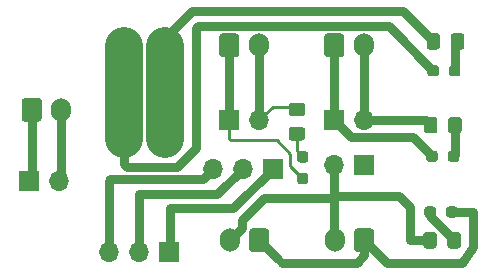
<source format=gbr>
%TF.GenerationSoftware,KiCad,Pcbnew,(5.1.7)-1*%
%TF.CreationDate,2020-11-08T19:50:20-06:00*%
%TF.ProjectId,3DP_HotEnd_Breakout,3344505f-486f-4744-956e-645f42726561,rev?*%
%TF.SameCoordinates,Original*%
%TF.FileFunction,Copper,L1,Top*%
%TF.FilePolarity,Positive*%
%FSLAX46Y46*%
G04 Gerber Fmt 4.6, Leading zero omitted, Abs format (unit mm)*
G04 Created by KiCad (PCBNEW (5.1.7)-1) date 2020-11-08 19:50:20*
%MOMM*%
%LPD*%
G01*
G04 APERTURE LIST*
%TA.AperFunction,ComponentPad*%
%ADD10O,1.700000X2.000000*%
%TD*%
%TA.AperFunction,ComponentPad*%
%ADD11R,1.700000X1.700000*%
%TD*%
%TA.AperFunction,ComponentPad*%
%ADD12C,1.700000*%
%TD*%
%TA.AperFunction,ComponentPad*%
%ADD13O,1.700000X1.700000*%
%TD*%
%TA.AperFunction,Conductor*%
%ADD14C,0.800000*%
%TD*%
%TA.AperFunction,Conductor*%
%ADD15C,0.250000*%
%TD*%
%TA.AperFunction,Conductor*%
%ADD16C,2.000000*%
%TD*%
%TA.AperFunction,Conductor*%
%ADD17C,3.250000*%
%TD*%
G04 APERTURE END LIST*
D10*
%TO.P,J13,2*%
%TO.N,-THERM*%
X95000000Y-67700000D03*
%TO.P,J13,1*%
%TO.N,+THERM*%
%TA.AperFunction,ComponentPad*%
G36*
G01*
X91650000Y-68450000D02*
X91650000Y-66950000D01*
G75*
G02*
X91900000Y-66700000I250000J0D01*
G01*
X93100000Y-66700000D01*
G75*
G02*
X93350000Y-66950000I0J-250000D01*
G01*
X93350000Y-68450000D01*
G75*
G02*
X93100000Y-68700000I-250000J0D01*
G01*
X91900000Y-68700000D01*
G75*
G02*
X91650000Y-68450000I0J250000D01*
G01*
G37*
%TD.AperFunction*%
%TD*%
%TO.P,J11,2*%
%TO.N,+V_LED*%
X111720000Y-62230000D03*
%TO.P,J11,1*%
%TO.N,-V_LED*%
%TA.AperFunction,ComponentPad*%
G36*
G01*
X108370000Y-62980000D02*
X108370000Y-61480000D01*
G75*
G02*
X108620000Y-61230000I250000J0D01*
G01*
X109820000Y-61230000D01*
G75*
G02*
X110070000Y-61480000I0J-250000D01*
G01*
X110070000Y-62980000D01*
G75*
G02*
X109820000Y-63230000I-250000J0D01*
G01*
X108620000Y-63230000D01*
G75*
G02*
X108370000Y-62980000I0J250000D01*
G01*
G37*
%TD.AperFunction*%
%TD*%
%TO.P,J4,2*%
%TO.N,+FAN1*%
X118150000Y-78740000D03*
%TO.P,J4,1*%
%TO.N,-FAN1*%
%TA.AperFunction,ComponentPad*%
G36*
G01*
X121500000Y-77990000D02*
X121500000Y-79490000D01*
G75*
G02*
X121250000Y-79740000I-250000J0D01*
G01*
X120050000Y-79740000D01*
G75*
G02*
X119800000Y-79490000I0J250000D01*
G01*
X119800000Y-77990000D01*
G75*
G02*
X120050000Y-77740000I250000J0D01*
G01*
X121250000Y-77740000D01*
G75*
G02*
X121500000Y-77990000I0J-250000D01*
G01*
G37*
%TD.AperFunction*%
%TD*%
%TO.P,J3,2*%
%TO.N,+FAN1*%
X109260000Y-78740000D03*
%TO.P,J3,1*%
%TO.N,-FAN1*%
%TA.AperFunction,ComponentPad*%
G36*
G01*
X112610000Y-77990000D02*
X112610000Y-79490000D01*
G75*
G02*
X112360000Y-79740000I-250000J0D01*
G01*
X111160000Y-79740000D01*
G75*
G02*
X110910000Y-79490000I0J250000D01*
G01*
X110910000Y-77990000D01*
G75*
G02*
X111160000Y-77740000I250000J0D01*
G01*
X112360000Y-77740000D01*
G75*
G02*
X112610000Y-77990000I0J-250000D01*
G01*
G37*
%TD.AperFunction*%
%TD*%
%TO.P,J2,2*%
%TO.N,+FAN0*%
X120610000Y-62230000D03*
%TO.P,J2,1*%
%TO.N,-FAN0*%
%TA.AperFunction,ComponentPad*%
G36*
G01*
X117260000Y-62980000D02*
X117260000Y-61480000D01*
G75*
G02*
X117510000Y-61230000I250000J0D01*
G01*
X118710000Y-61230000D01*
G75*
G02*
X118960000Y-61480000I0J-250000D01*
G01*
X118960000Y-62980000D01*
G75*
G02*
X118710000Y-63230000I-250000J0D01*
G01*
X117510000Y-63230000D01*
G75*
G02*
X117260000Y-62980000I0J250000D01*
G01*
G37*
%TD.AperFunction*%
%TD*%
%TO.P,R4,2*%
%TO.N,-V_IN*%
%TA.AperFunction,SMDPad,CuDef*%
G36*
G01*
X126975000Y-64162500D02*
X126975000Y-64637500D01*
G75*
G02*
X126737500Y-64875000I-237500J0D01*
G01*
X126237500Y-64875000D01*
G75*
G02*
X126000000Y-64637500I0J237500D01*
G01*
X126000000Y-64162500D01*
G75*
G02*
X126237500Y-63925000I237500J0D01*
G01*
X126737500Y-63925000D01*
G75*
G02*
X126975000Y-64162500I0J-237500D01*
G01*
G37*
%TD.AperFunction*%
%TO.P,R4,1*%
%TO.N,Net-(D4-Pad2)*%
%TA.AperFunction,SMDPad,CuDef*%
G36*
G01*
X128800000Y-64162500D02*
X128800000Y-64637500D01*
G75*
G02*
X128562500Y-64875000I-237500J0D01*
G01*
X128062500Y-64875000D01*
G75*
G02*
X127825000Y-64637500I0J237500D01*
G01*
X127825000Y-64162500D01*
G75*
G02*
X128062500Y-63925000I237500J0D01*
G01*
X128562500Y-63925000D01*
G75*
G02*
X128800000Y-64162500I0J-237500D01*
G01*
G37*
%TD.AperFunction*%
%TD*%
D11*
%TO.P,J7,1*%
%TO.N,+V_IN*%
X100300000Y-70250000D03*
D12*
%TO.P,J7,2*%
%TO.N,-V_IN*%
X103800000Y-70250000D03*
%TD*%
%TO.P,D4,2*%
%TO.N,Net-(D4-Pad2)*%
%TA.AperFunction,SMDPad,CuDef*%
G36*
G01*
X127975000Y-62350001D02*
X127975000Y-61449999D01*
G75*
G02*
X128224999Y-61200000I249999J0D01*
G01*
X128875001Y-61200000D01*
G75*
G02*
X129125000Y-61449999I0J-249999D01*
G01*
X129125000Y-62350001D01*
G75*
G02*
X128875001Y-62600000I-249999J0D01*
G01*
X128224999Y-62600000D01*
G75*
G02*
X127975000Y-62350001I0J249999D01*
G01*
G37*
%TD.AperFunction*%
%TO.P,D4,1*%
%TO.N,+V_IN*%
%TA.AperFunction,SMDPad,CuDef*%
G36*
G01*
X125925000Y-62350001D02*
X125925000Y-61449999D01*
G75*
G02*
X126174999Y-61200000I249999J0D01*
G01*
X126825001Y-61200000D01*
G75*
G02*
X127075000Y-61449999I0J-249999D01*
G01*
X127075000Y-62350001D01*
G75*
G02*
X126825001Y-62600000I-249999J0D01*
G01*
X126174999Y-62600000D01*
G75*
G02*
X125925000Y-62350001I0J249999D01*
G01*
G37*
%TD.AperFunction*%
%TD*%
%TO.P,R3,2*%
%TO.N,-V_LED*%
%TA.AperFunction,SMDPad,CuDef*%
G36*
G01*
X115212500Y-73025000D02*
X115687500Y-73025000D01*
G75*
G02*
X115925000Y-73262500I0J-237500D01*
G01*
X115925000Y-73762500D01*
G75*
G02*
X115687500Y-74000000I-237500J0D01*
G01*
X115212500Y-74000000D01*
G75*
G02*
X114975000Y-73762500I0J237500D01*
G01*
X114975000Y-73262500D01*
G75*
G02*
X115212500Y-73025000I237500J0D01*
G01*
G37*
%TD.AperFunction*%
%TO.P,R3,1*%
%TO.N,Net-(D3-Pad2)*%
%TA.AperFunction,SMDPad,CuDef*%
G36*
G01*
X115212500Y-71200000D02*
X115687500Y-71200000D01*
G75*
G02*
X115925000Y-71437500I0J-237500D01*
G01*
X115925000Y-71937500D01*
G75*
G02*
X115687500Y-72175000I-237500J0D01*
G01*
X115212500Y-72175000D01*
G75*
G02*
X114975000Y-71937500I0J237500D01*
G01*
X114975000Y-71437500D01*
G75*
G02*
X115212500Y-71200000I237500J0D01*
G01*
G37*
%TD.AperFunction*%
%TD*%
%TO.P,D3,2*%
%TO.N,Net-(D3-Pad2)*%
%TA.AperFunction,SMDPad,CuDef*%
G36*
G01*
X114499999Y-69150000D02*
X115400001Y-69150000D01*
G75*
G02*
X115650000Y-69399999I0J-249999D01*
G01*
X115650000Y-70050001D01*
G75*
G02*
X115400001Y-70300000I-249999J0D01*
G01*
X114499999Y-70300000D01*
G75*
G02*
X114250000Y-70050001I0J249999D01*
G01*
X114250000Y-69399999D01*
G75*
G02*
X114499999Y-69150000I249999J0D01*
G01*
G37*
%TD.AperFunction*%
%TO.P,D3,1*%
%TO.N,+V_LED*%
%TA.AperFunction,SMDPad,CuDef*%
G36*
G01*
X114499999Y-67100000D02*
X115400001Y-67100000D01*
G75*
G02*
X115650000Y-67349999I0J-249999D01*
G01*
X115650000Y-68000001D01*
G75*
G02*
X115400001Y-68250000I-249999J0D01*
G01*
X114499999Y-68250000D01*
G75*
G02*
X114250000Y-68000001I0J249999D01*
G01*
X114250000Y-67349999D01*
G75*
G02*
X114499999Y-67100000I249999J0D01*
G01*
G37*
%TD.AperFunction*%
%TD*%
D13*
%TO.P,J11,2*%
%TO.N,+V_LED*%
X111760000Y-68580000D03*
D11*
%TO.P,J11,1*%
%TO.N,-V_LED*%
X109220000Y-68580000D03*
%TD*%
D13*
%TO.P,J12,2*%
%TO.N,-THERM*%
X94840000Y-73750000D03*
D11*
%TO.P,J12,1*%
%TO.N,+THERM*%
X92300000Y-73750000D03*
%TD*%
%TO.P,D2,2*%
%TO.N,Net-(D2-Pad2)*%
%TA.AperFunction,SMDPad,CuDef*%
G36*
G01*
X127695000Y-79190001D02*
X127695000Y-78289999D01*
G75*
G02*
X127944999Y-78040000I249999J0D01*
G01*
X128595001Y-78040000D01*
G75*
G02*
X128845000Y-78289999I0J-249999D01*
G01*
X128845000Y-79190001D01*
G75*
G02*
X128595001Y-79440000I-249999J0D01*
G01*
X127944999Y-79440000D01*
G75*
G02*
X127695000Y-79190001I0J249999D01*
G01*
G37*
%TD.AperFunction*%
%TO.P,D2,1*%
%TO.N,+FAN1*%
%TA.AperFunction,SMDPad,CuDef*%
G36*
G01*
X125645000Y-79190001D02*
X125645000Y-78289999D01*
G75*
G02*
X125894999Y-78040000I249999J0D01*
G01*
X126545001Y-78040000D01*
G75*
G02*
X126795000Y-78289999I0J-249999D01*
G01*
X126795000Y-79190001D01*
G75*
G02*
X126545001Y-79440000I-249999J0D01*
G01*
X125894999Y-79440000D01*
G75*
G02*
X125645000Y-79190001I0J249999D01*
G01*
G37*
%TD.AperFunction*%
%TD*%
D13*
%TO.P,J9,3*%
%TO.N,-V_Probe*%
X99010000Y-79750000D03*
%TO.P,J9,2*%
%TO.N,+3V3*%
X101550000Y-79750000D03*
D11*
%TO.P,J9,1*%
%TO.N,Z_PROBE_CONN*%
X104090000Y-79750000D03*
%TD*%
D13*
%TO.P,J5,2*%
%TO.N,+FAN1*%
X118110000Y-72390000D03*
D11*
%TO.P,J5,1*%
%TO.N,-FAN1*%
X120650000Y-72390000D03*
%TD*%
D13*
%TO.P,J1,2*%
%TO.N,+FAN0*%
X120650000Y-68580000D03*
D11*
%TO.P,J1,1*%
%TO.N,-FAN0*%
X118110000Y-68580000D03*
%TD*%
%TO.P,J6,1*%
%TO.N,-V_IN*%
X103830000Y-62180001D03*
D12*
%TO.P,J6,2*%
%TO.N,+V_IN*%
X100330000Y-62180001D03*
%TD*%
%TO.P,R2,2*%
%TO.N,-FAN1*%
%TA.AperFunction,SMDPad,CuDef*%
G36*
G01*
X127575000Y-76587500D02*
X127575000Y-76112500D01*
G75*
G02*
X127812500Y-75875000I237500J0D01*
G01*
X128312500Y-75875000D01*
G75*
G02*
X128550000Y-76112500I0J-237500D01*
G01*
X128550000Y-76587500D01*
G75*
G02*
X128312500Y-76825000I-237500J0D01*
G01*
X127812500Y-76825000D01*
G75*
G02*
X127575000Y-76587500I0J237500D01*
G01*
G37*
%TD.AperFunction*%
%TO.P,R2,1*%
%TO.N,Net-(D2-Pad2)*%
%TA.AperFunction,SMDPad,CuDef*%
G36*
G01*
X125750000Y-76587500D02*
X125750000Y-76112500D01*
G75*
G02*
X125987500Y-75875000I237500J0D01*
G01*
X126487500Y-75875000D01*
G75*
G02*
X126725000Y-76112500I0J-237500D01*
G01*
X126725000Y-76587500D01*
G75*
G02*
X126487500Y-76825000I-237500J0D01*
G01*
X125987500Y-76825000D01*
G75*
G02*
X125750000Y-76587500I0J237500D01*
G01*
G37*
%TD.AperFunction*%
%TD*%
%TO.P,R1,2*%
%TO.N,-FAN0*%
%TA.AperFunction,SMDPad,CuDef*%
G36*
G01*
X126882500Y-71392500D02*
X126882500Y-71867500D01*
G75*
G02*
X126645000Y-72105000I-237500J0D01*
G01*
X126145000Y-72105000D01*
G75*
G02*
X125907500Y-71867500I0J237500D01*
G01*
X125907500Y-71392500D01*
G75*
G02*
X126145000Y-71155000I237500J0D01*
G01*
X126645000Y-71155000D01*
G75*
G02*
X126882500Y-71392500I0J-237500D01*
G01*
G37*
%TD.AperFunction*%
%TO.P,R1,1*%
%TO.N,Net-(D1-Pad2)*%
%TA.AperFunction,SMDPad,CuDef*%
G36*
G01*
X128707500Y-71392500D02*
X128707500Y-71867500D01*
G75*
G02*
X128470000Y-72105000I-237500J0D01*
G01*
X127970000Y-72105000D01*
G75*
G02*
X127732500Y-71867500I0J237500D01*
G01*
X127732500Y-71392500D01*
G75*
G02*
X127970000Y-71155000I237500J0D01*
G01*
X128470000Y-71155000D01*
G75*
G02*
X128707500Y-71392500I0J-237500D01*
G01*
G37*
%TD.AperFunction*%
%TD*%
D13*
%TO.P,J8,3*%
%TO.N,-V_Probe*%
X107820000Y-72700000D03*
%TO.P,J8,2*%
%TO.N,+3V3*%
X110360000Y-72700000D03*
D11*
%TO.P,J8,1*%
%TO.N,Z_PROBE_CONN*%
X112900000Y-72700000D03*
%TD*%
%TO.P,D1,2*%
%TO.N,Net-(D1-Pad2)*%
%TA.AperFunction,SMDPad,CuDef*%
G36*
G01*
X127750000Y-69450001D02*
X127750000Y-68549999D01*
G75*
G02*
X127999999Y-68300000I249999J0D01*
G01*
X128650001Y-68300000D01*
G75*
G02*
X128900000Y-68549999I0J-249999D01*
G01*
X128900000Y-69450001D01*
G75*
G02*
X128650001Y-69700000I-249999J0D01*
G01*
X127999999Y-69700000D01*
G75*
G02*
X127750000Y-69450001I0J249999D01*
G01*
G37*
%TD.AperFunction*%
%TO.P,D1,1*%
%TO.N,+FAN0*%
%TA.AperFunction,SMDPad,CuDef*%
G36*
G01*
X125700000Y-69450001D02*
X125700000Y-68549999D01*
G75*
G02*
X125949999Y-68300000I249999J0D01*
G01*
X126600001Y-68300000D01*
G75*
G02*
X126850000Y-68549999I0J-249999D01*
G01*
X126850000Y-69450001D01*
G75*
G02*
X126600001Y-69700000I-249999J0D01*
G01*
X125949999Y-69700000D01*
G75*
G02*
X125700000Y-69450001I0J249999D01*
G01*
G37*
%TD.AperFunction*%
%TD*%
D14*
%TO.N,Net-(D1-Pad2)*%
X128325000Y-71525000D02*
X128220000Y-71630000D01*
X128325000Y-69000000D02*
X128325000Y-71525000D01*
%TO.N,Net-(D2-Pad2)*%
X126237500Y-76707500D02*
X128270000Y-78740000D01*
X126237500Y-76350000D02*
X126237500Y-76707500D01*
%TO.N,+3V3*%
X101550000Y-79750000D02*
X101550000Y-74850000D01*
X108210000Y-74850000D02*
X110360000Y-72700000D01*
X101550000Y-74850000D02*
X108210000Y-74850000D01*
%TO.N,Z_PROBE_CONN*%
X112900000Y-72700000D02*
X109550000Y-76050000D01*
X109550000Y-76050000D02*
X104200000Y-76050000D01*
X104200000Y-79640000D02*
X104090000Y-79750000D01*
X104200000Y-76050000D02*
X104200000Y-79640000D01*
D15*
%TO.N,-FAN0*%
X118110000Y-68580000D02*
X118110000Y-68580000D01*
X118110000Y-68580000D02*
X118110000Y-68580000D01*
D14*
X118110000Y-62230000D02*
X118110000Y-68580000D01*
X124795001Y-70030001D02*
X126395000Y-71630000D01*
X119560001Y-70030001D02*
X124795001Y-70030001D01*
X118110000Y-68580000D02*
X119560001Y-70030001D01*
%TO.N,-FAN1*%
X120650000Y-78740000D02*
X120650000Y-78740000D01*
X120650000Y-78740000D02*
X120650000Y-78740000D01*
X120650000Y-72390000D02*
X120650000Y-72390000D01*
X111760000Y-78740000D02*
X113360010Y-80340010D01*
X120650000Y-78740000D02*
X120650000Y-80010000D01*
X120650000Y-80010000D02*
X120015000Y-80645000D01*
X120015000Y-80645000D02*
X113665000Y-80645000D01*
X122555000Y-80645000D02*
X120650000Y-78740000D01*
X128905000Y-80645000D02*
X122555000Y-80645000D01*
X129900000Y-79270000D02*
X128905000Y-80645000D01*
X129900000Y-79270000D02*
X129900000Y-76400000D01*
X129850000Y-76350000D02*
X128062500Y-76350000D01*
X129900000Y-76400000D02*
X129850000Y-76350000D01*
%TO.N,+V_LED*%
X111760000Y-62270000D02*
X111720000Y-62230000D01*
X111760000Y-68580000D02*
X111760000Y-62270000D01*
D15*
X111760000Y-68580000D02*
X112890000Y-67450000D01*
X114725000Y-67450000D02*
X114950000Y-67675000D01*
X112890000Y-67450000D02*
X114725000Y-67450000D01*
D14*
%TO.N,-V_LED*%
X109220000Y-62230000D02*
X109220000Y-68580000D01*
X109220000Y-68580000D02*
X109220000Y-68830000D01*
D15*
X109220000Y-68580000D02*
X109220000Y-70130000D01*
X109220000Y-70130000D02*
X109340000Y-70250000D01*
X109340000Y-70250000D02*
X113250000Y-70250000D01*
X113250000Y-70250000D02*
X114400000Y-71400000D01*
X114400000Y-72462500D02*
X115450000Y-73512500D01*
X114400000Y-71400000D02*
X114400000Y-72462500D01*
D14*
%TO.N,+FAN0*%
X120650000Y-62230000D02*
X120650000Y-68580000D01*
X125855000Y-68580000D02*
X126275000Y-69000000D01*
X120650000Y-68580000D02*
X125855000Y-68580000D01*
%TO.N,+FAN1*%
X118110000Y-78740000D02*
X118110000Y-76200000D01*
X118110000Y-78740000D02*
X118110000Y-72390000D01*
X118030000Y-75010000D02*
X118110000Y-74930000D01*
X124500000Y-78750000D02*
X126210000Y-78750000D01*
X124500000Y-75950000D02*
X124500000Y-78750000D01*
X126210000Y-78750000D02*
X126220000Y-78740000D01*
X123560000Y-75010000D02*
X124500000Y-75950000D01*
X118030000Y-75010000D02*
X123560000Y-75010000D01*
X110309990Y-77690010D02*
X110309990Y-77059990D01*
X109260000Y-78740000D02*
X110309990Y-77690010D01*
X110309990Y-77059990D02*
X112169980Y-75200000D01*
X117840000Y-75200000D02*
X118030000Y-75010000D01*
X112169980Y-75200000D02*
X117840000Y-75200000D01*
D15*
%TO.N,-V_IN*%
X100330000Y-62279999D02*
X100379999Y-62279999D01*
D14*
X122717490Y-60629990D02*
X106570010Y-60629990D01*
X126487500Y-64400000D02*
X122717490Y-60629990D01*
X106419999Y-70919999D02*
X104839998Y-72500000D01*
X104839998Y-72500000D02*
X100550000Y-72500000D01*
X100300000Y-72250000D02*
X100300000Y-70150002D01*
X100550000Y-72500000D02*
X100300000Y-72250000D01*
X106419999Y-60780001D02*
X106419999Y-70919999D01*
X106570010Y-60629990D02*
X106419999Y-60780001D01*
D16*
X100330000Y-70120002D02*
X100300000Y-70150002D01*
D17*
X100300000Y-62309999D02*
X100330000Y-62279999D01*
X100300000Y-70150002D02*
X100300000Y-62309999D01*
D14*
%TO.N,+V_IN*%
X126500000Y-61900000D02*
X123950000Y-59350000D01*
X123950000Y-59350000D02*
X106050000Y-59350000D01*
X103830000Y-61570000D02*
X103830000Y-62279999D01*
X106050000Y-59350000D02*
X103830000Y-61570000D01*
D16*
X103800000Y-62309999D02*
X103830000Y-62279999D01*
D17*
X103800000Y-70150002D02*
X103800000Y-62309999D01*
D14*
%TO.N,-V_Probe*%
X106970001Y-73549999D02*
X99150001Y-73549999D01*
X107820000Y-72700000D02*
X106970001Y-73549999D01*
X99010000Y-73690000D02*
X99010000Y-79750000D01*
X99150001Y-73549999D02*
X99010000Y-73690000D01*
%TO.N,-THERM*%
X95000000Y-73590000D02*
X94840000Y-73750000D01*
X95000000Y-67700000D02*
X95000000Y-73590000D01*
%TO.N,+THERM*%
X92500000Y-73550000D02*
X92300000Y-73750000D01*
X92500000Y-67700000D02*
X92500000Y-73550000D01*
D15*
%TO.N,Net-(D3-Pad2)*%
X114950000Y-71187500D02*
X115450000Y-71687500D01*
X114950000Y-69725000D02*
X114950000Y-71187500D01*
D14*
%TO.N,Net-(D4-Pad2)*%
X128312500Y-62137500D02*
X128550000Y-61900000D01*
X128312500Y-64400000D02*
X128312500Y-62137500D01*
%TD*%
M02*

</source>
